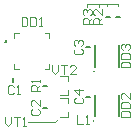
<source format=gto>
G04*
G04 #@! TF.GenerationSoftware,Altium Limited,Altium Designer,20.1.12 (249)*
G04*
G04 Layer_Color=255*
%FSLAX44Y44*%
%MOMM*%
G71*
G04*
G04 #@! TF.SameCoordinates,15848DA5-C093-47F5-B49A-54F1C2627FDF*
G04*
G04*
G04 #@! TF.FilePolarity,Positive*
G04*
G01*
G75*
%ADD10C,0.2540*%
%ADD11C,0.2000*%
%ADD12C,0.1000*%
%ADD13C,0.1200*%
D10*
X5750Y103750D02*
G03*
X5750Y103750I-500J0D01*
G01*
D11*
X80059Y36500D02*
G03*
X80059Y36500I-559J0D01*
G01*
Y78499D02*
G03*
X80059Y78499I-559J0D01*
G01*
X11750Y70000D02*
Y73000D01*
X37250Y48000D02*
X40250D01*
X37500Y66500D02*
X40500D01*
X73750Y57250D02*
X76750D01*
X81250Y40750D02*
Y58750D01*
X101250Y40750D02*
Y58750D01*
X81250Y82749D02*
Y100749D01*
X101250Y82749D02*
Y100749D01*
X73750Y99249D02*
X76750D01*
X99000Y124500D02*
X102000D01*
X90500D02*
X93500D01*
D12*
X24500Y36000D02*
X47000D01*
X49750Y38750D01*
X58369Y51680D02*
Y56000D01*
Y40000D02*
Y44320D01*
X51512Y40000D02*
X58369D01*
X51512Y56000D02*
X58369D01*
X12500Y106750D02*
Y110750D01*
X16500D01*
X38500D02*
X42500D01*
Y106750D02*
Y110750D01*
Y80750D02*
Y84750D01*
X38500Y80750D02*
X42500D01*
X12500D02*
X16500D01*
X12500D02*
Y84750D01*
X58369Y70117D02*
Y74437D01*
Y58436D02*
Y62757D01*
X51512Y58436D02*
X58369D01*
X51512Y74437D02*
X58369D01*
X100750Y133750D02*
Y135750D01*
X91750Y133750D02*
Y135750D01*
X84250Y132750D02*
Y135750D01*
X74500Y132750D02*
Y135750D01*
X100750D01*
D13*
X44753Y83999D02*
Y79000D01*
X47252Y76501D01*
X49752Y79000D01*
Y83999D01*
X52251D02*
X57249D01*
X54750D01*
Y76501D01*
X64747D02*
X59748D01*
X64747Y81500D01*
Y82749D01*
X63497Y83999D01*
X60998D01*
X59748Y82749D01*
X5003Y39749D02*
Y34750D01*
X7502Y32251D01*
X10001Y34750D01*
Y39749D01*
X12500D02*
X17499D01*
X15000D01*
Y32251D01*
X19998D02*
X22497D01*
X21248D01*
Y39749D01*
X19998Y38499D01*
X78249Y118752D02*
X70751D01*
Y122501D01*
X72001Y123750D01*
X74500D01*
X75750Y122501D01*
Y118752D01*
Y121251D02*
X78249Y123750D01*
X72001Y126250D02*
X70751Y127499D01*
Y129998D01*
X72001Y131248D01*
X73250D01*
X74500Y129998D01*
Y128749D01*
Y129998D01*
X75750Y131248D01*
X76999D01*
X78249Y129998D01*
Y127499D01*
X76999Y126250D01*
X87249Y118752D02*
X79751D01*
Y122501D01*
X81001Y123750D01*
X83500D01*
X84750Y122501D01*
Y118752D01*
Y121251D02*
X87249Y123750D01*
Y131248D02*
Y126250D01*
X82250Y131248D01*
X81001D01*
X79751Y129998D01*
Y127499D01*
X81001Y126250D01*
X34249Y61752D02*
X26751D01*
Y65500D01*
X28001Y66750D01*
X30500D01*
X31750Y65500D01*
Y61752D01*
Y64251D02*
X34249Y66750D01*
Y69249D02*
Y71748D01*
Y70499D01*
X26751D01*
X28001Y69249D01*
X65752Y41499D02*
Y34001D01*
X70750D01*
X73249D02*
X75748D01*
X74499D01*
Y41499D01*
X73249Y40249D01*
X103251Y82003D02*
X110749D01*
Y85752D01*
X109499Y87002D01*
X104501D01*
X103251Y85752D01*
Y82003D01*
Y89501D02*
X110749D01*
Y93250D01*
X109499Y94499D01*
X104501D01*
X103251Y93250D01*
Y89501D01*
X104501Y96998D02*
X103251Y98248D01*
Y100747D01*
X104501Y101997D01*
X105750D01*
X107000Y100747D01*
Y99498D01*
Y100747D01*
X108250Y101997D01*
X109499D01*
X110749Y100747D01*
Y98248D01*
X109499Y96998D01*
X103155Y40185D02*
X110653D01*
Y43934D01*
X109403Y45184D01*
X104405D01*
X103155Y43934D01*
Y40185D01*
Y47683D02*
X110653D01*
Y51432D01*
X109403Y52681D01*
X104405D01*
X103155Y51432D01*
Y47683D01*
X110653Y60179D02*
Y55181D01*
X105655Y60179D01*
X104405D01*
X103155Y58930D01*
Y56430D01*
X104405Y55181D01*
X19003Y124499D02*
Y117001D01*
X22752D01*
X24001Y118251D01*
Y123249D01*
X22752Y124499D01*
X19003D01*
X26500D02*
Y117001D01*
X30249D01*
X31499Y118251D01*
Y123249D01*
X30249Y124499D01*
X26500D01*
X33998Y117001D02*
X36497D01*
X35248D01*
Y124499D01*
X33998Y123249D01*
X65001Y56500D02*
X63751Y55251D01*
Y52752D01*
X65001Y51502D01*
X69999D01*
X71249Y52752D01*
Y55251D01*
X69999Y56500D01*
X71249Y62748D02*
X63751D01*
X67500Y59000D01*
Y63998D01*
X64501Y98000D02*
X63251Y96751D01*
Y94252D01*
X64501Y93002D01*
X69499D01*
X70749Y94252D01*
Y96751D01*
X69499Y98000D01*
X64501Y100500D02*
X63251Y101749D01*
Y104248D01*
X64501Y105498D01*
X65750D01*
X67000Y104248D01*
Y102999D01*
Y104248D01*
X68250Y105498D01*
X69499D01*
X70749Y104248D01*
Y101749D01*
X69499Y100500D01*
X28001Y46750D02*
X26751Y45501D01*
Y43002D01*
X28001Y41752D01*
X32999D01*
X34249Y43002D01*
Y45501D01*
X32999Y46750D01*
X34249Y54248D02*
Y49250D01*
X29250Y54248D01*
X28001D01*
X26751Y52998D01*
Y50499D01*
X28001Y49250D01*
X12500Y65749D02*
X11250Y66999D01*
X8751D01*
X7502Y65749D01*
Y60751D01*
X8751Y59501D01*
X11250D01*
X12500Y60751D01*
X14999Y59501D02*
X17498D01*
X16249D01*
Y66999D01*
X14999Y65749D01*
M02*

</source>
